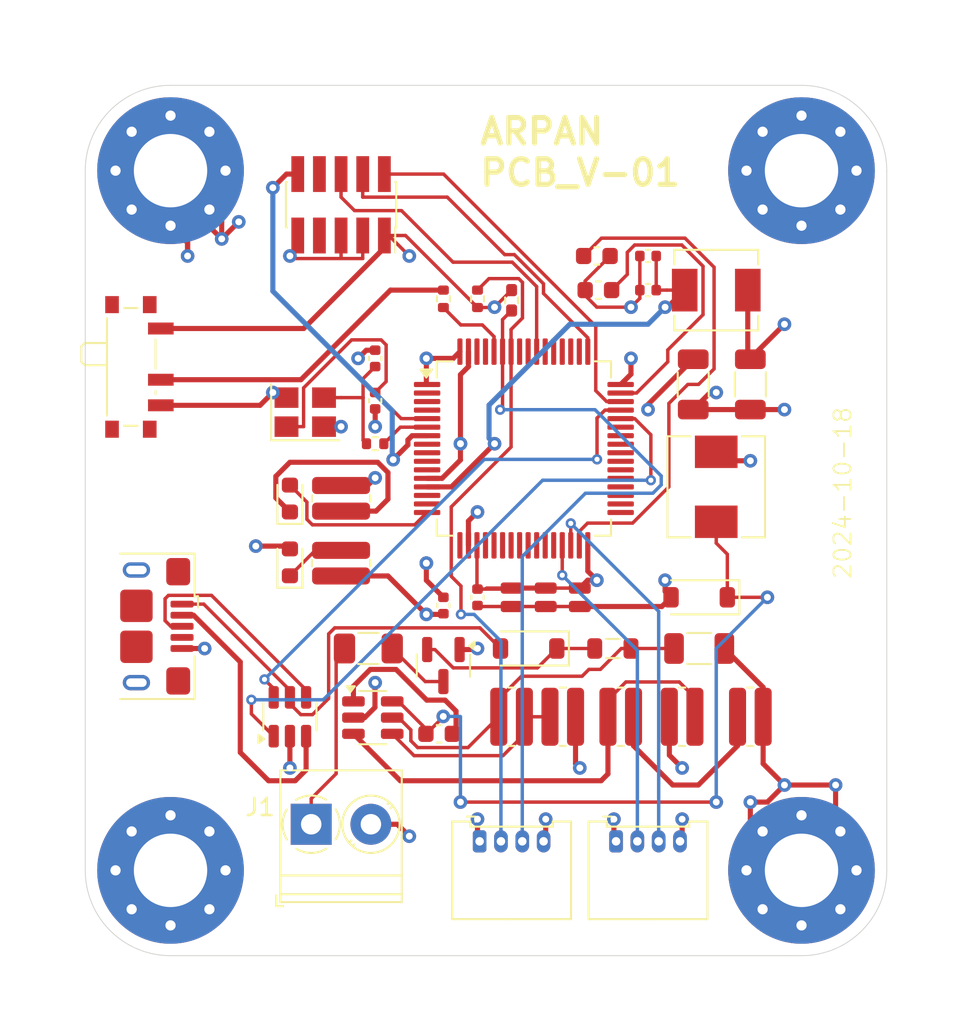
<source format=kicad_pcb>
(kicad_pcb (version 20240108) (generator "pcbnew") (generator_version "8.0")
  (layers (0 "F.Cu" signal) (1 "In1.Cu" power) (2 "In2.Cu" power) (31 "B.Cu" signal) (34 "B.Paste" user) (35 "F.Paste" user) (36 "B.SilkS" user "B.Silkscreen") (37 "F.SilkS" user "F.Silkscreen") (38 "B.Mask" user) (39 "F.Mask" user) (44 "Edge.Cuts" user))
  (net 0 "")
  (net 1 "Net-(U1-VCAP_2)")
  (net 2 "GND")
  (net 3 "Net-(U1-VCAP_1)")
  (net 4 "+3.3V")
  (net 5 "+3.3VA")
  (net 6 "HSE_IN")
  (net 7 "Net-(C11-Pad1)")
  (net 8 "BUCK_IN")
  (net 9 "BUCK_BST")
  (net 10 "BUCK_SW")
  (net 11 "Net-(D1-K)")
  (net 12 "LED_STATUS")
  (net 13 "Net-(D3-K)")
  (net 14 "+5V")
  (net 15 "Net-(D4-K)")
  (net 16 "Net-(Q1-D)")
  (net 17 "+12V")
  (net 19 "SWDIO")
  (net 20 "SWCLK")
  (net 21 "SWO")
  (net 22 "NRST")
  (net 24 "I2C1_SDA")
  (net 25 "I2C1_SCL")
  (net 26 "USART3_TX")
  (net 27 "USART1_RX")
  (net 30 "USB_CONN_D+")
  (net 31 "USB_CONN_D-")
  (net 37 "BOOTO")
  (net 38 "Net-(SW1-B)")
  (net 39 "HSE_OUT")
  (net 40 "BUCK_EN")
  (net 41 "BUCK_FB")
  (net 42 "Net-(R6-Pad2)")
  (net 46 "USB_D-")
  (net 50 "USB_D+")
  (footprint "Inductor_SMD:L_Sunlord_MWSA0402S" (layer "F.Cu") (at 144 104 180)
    (property "Reference" "L1")
    (property "Value" "39n")
  )
  (footprint "Capacitor_SMD:C_0504_1310Metric" (layer "F.Cu") (at 136 122 -90)
    (property "Reference" "C7")
    (property "Value" "100n")
  )
  (footprint "Capacitor_SMD:C_0504_1310Metric" (layer "F.Cu") (at 132 122 -90)
    (property "Reference" "C5")
    (property "Value" "100n")
  )
  (footprint "Resistor_SMD:R_0612_1632Metric" (layer "F.Cu") (at 132 129)
    (property "Reference" "R4")
    (property "Value" "100k")
  )
  (footprint "LED_SMD:LED_0603_1608Metric" (layer "F.Cu") (at 119 116.2125 90)
    (property "Reference" "D1")
    (property "Value" "blue")
  )
  (footprint "Capacitor_SMD:C_0402_1005Metric" (layer "F.Cu") (at 124 108 90)
    (property "Reference" "C11")
    (property "Value" "12p")
  )
  (footprint "Button_Switch_SMD:SW_SPDT_PCM12" (layer "F.Cu") (at 110 108.5 -90)
    (property "Reference" "SW1")
    (property "Value" "SW_SPDT")
  )
  (footprint "Resistor_SMD:R_0402_1005Metric" (layer "F.Cu") (at 130 104.51 90)
    (property "Reference" "R9")
    (property "Value" "2.2K")
  )
  (footprint "Capacitor_SMD:C_1206_3216Metric" (layer "F.Cu") (at 146 109.525 90)
    (property "Reference" "C15")
    (property "Value" "10u")
  )
  (footprint "Package_TO_SOT_SMD:SOT-23-6" (layer "F.Cu") (at 119 129 90)
    (property "Reference" "U3")
    (property "Value" "USBLC6-2SC6")
  )
  (footprint "Capacitor_SMD:C_0603_1608Metric" (layer "F.Cu") (at 127.75 130 180)
    (property "Reference" "C13")
    (property "Value" "10u")
  )
  (footprint "LED_SMD:LED_0603_1608Metric" (layer "F.Cu") (at 119 119.9525 90)
    (property "Reference" "D4")
    (property "Value" "RED")
  )
  (footprint "Package_TO_SOT_SMD:SOT-23" (layer "F.Cu") (at 128 126 -90)
    (property "Reference" "Q1")
    (property "Value" "AO3401A")
  )
  (footprint "Capacitor_SMD:C_0603_1608Metric" (layer "F.Cu") (at 137 102)
    (property "Reference" "C2")
    (property "Value" "2u2")
  )
  (footprint "Resistor_SMD:R_0612_1632Metric" (layer "F.Cu") (at 146 129)
    (property "Reference" "R8")
    (property "Value" "68k")
  )
  (footprint "Diode_SMD:D_SOD-123" (layer "F.Cu") (at 133 125 180)
    (property "Reference" "D3")
    (property "Value" "B5819W")
  )
  (footprint "Resistor_SMD:R_0612_1632Metric" (layer "F.Cu") (at 138.4 129)
    (property "Reference" "R6")
    (property "Value" "68k")
  )
  (footprint "Resistor_SMD:R_0612_1632Metric" (layer "F.Cu") (at 142 129)
    (property "Reference" "R7")
    (property "Value" "68k")
  )
  (footprint "Capacitor_SMD:C_1206_3216Metric" (layer "F.Cu") (at 143 125)
    (property "Reference" "C12")
    (property "Value" "10u")
  )
  (footprint "Inductor_SMD:L_Sunlord_MWSA0518S" (layer "F.Cu") (at 144 115.525 90)
    (property "Reference" "L2")
    (property "Value" "10u")
  )
  (footprint "MountingHole:MountingHole_4.3mm_M4_Pad_Via" (layer "F.Cu") (at 112 97)
    (property "Reference" "H1")
    (property "Value" "MountingHole_Pad")
  )
  (footprint "Diode_SMD:D_SOD-123" (layer "F.Cu") (at 143 122 180)
    (property "Reference" "D2")
    (property "Value" "B5819W")
  )
  (footprint "Connector_USB:USB_Micro-B_Amphenol_10118193-0001LF_Horizontal" (layer "F.Cu") (at 110 123.7 -90)
    (property "Reference" "J5")
    (property "Value" "USB_B_Micro")
  )
  (footprint "Package_TO_SOT_SMD:SOT-23-6" (layer "F.Cu") (at 123.8625 129.05)
    (property "Reference" "U2")
    (property "Value" "~")
  )
  (footprint "MountingHole:MountingHole_4.3mm_M4_Pad_Via" (layer "F.Cu") (at 149 97)
    (property "Reference" "H2")
    (property "Value" "MountingHole_Pad")
  )
  (footprint "Connector_Molex:Molex_PicoBlade_53048-0410_1x04_P1.25mm_Horizontal" (layer "F.Cu") (at 138.125 136.3)
    (property "Reference" "J4")
    (property "Value" "Conn_01x04")
  )
  (footprint "Capacitor_SMD:C_0504_1310Metric" (layer "F.Cu") (at 134 122 -90)
    (property "Reference" "C6")
    (property "Value" "100n")
  )
  (footprint "Capacitor_SMD:C_0402_1005Metric" (layer "F.Cu") (at 140 104 180)
    (property "Reference" "C8")
    (property "Value" "1u")
  )
  (footprint "Capacitor_SMD:C_0402_1005Metric" (layer "F.Cu") (at 128 122.48 -90)
    (property "Reference" "C3")
    (property "Value" "4.7 u")
  )
  (footprint "Resistor_SMD:R_0402_1005Metric" (layer "F.Cu") (at 128 104.51 90)
    (property "Reference" "R1")
    (property "Value" "10k")
  )
  (footprint "Resistor_SMD:R_0612_1632Metric" (layer "F.Cu") (at 122 120 -90)
    (property "Reference" "R11")
    (property "Value" "1K")
  )
  (footprint "Package_QFP:LQFP-64_10x10mm_P0.5mm" (layer "F.Cu") (at 132.7196 113.2804)
    (property "Reference" "U1")
    (property "Value" "STM32F405RGT6")
  )
  (footprint "MountingHole:MountingHole_4.3mm_M4_Pad_Via" (layer "F.Cu") (at 112 138)
    (property "Reference" "H4")
    (property "Value" "MountingHole_Pad")
  )
  (footprint "Connector_PinSocket_1.27mm:PinSocket_2x05_P1.27mm_Vertical_SMD" (layer "F.Cu") (at 122 99 -90)
    (property "Reference" "J2")
    (property "Value" "SWD")
  )
  (footprint "Connector_Molex:Molex_PicoBlade_53048-0410_1x04_P1.25mm_Horizontal" (layer "F.Cu") (at 130.125 136.3)
    (property "Reference" "J3")
    (property "Value" "Conn_01x04")
  )
  (footprint "Resistor_SMD:R_0612_1632Metric" (layer "F.Cu") (at 122 116.2 90)
    (property "Reference" "R3")
    (property "Value" "1.5k")
  )
  (footprint "Resistor_SMD:R_0612_1632Metric" (layer "F.Cu") (at 135 129)
    (property "Reference" "R5")
    (property "Value" "68k")
  )
  (footprint "Resistor_SMD:R_0402_1005Metric" (layer "F.Cu") (at 124 113 180)
    (property "Reference" "R2")
    (property "Value" "47")
  )
  (footprint "Inductor_SMD:L_0805_2012Metric" (layer "F.Cu") (at 137.9375 125)
    (property "Reference" "FB1")
    (property "Value" "600 @ 600MHz")
  )
  (footprint "Capacitor_SMD:C_0402_1005Metric" (layer "F.Cu") (at 124 110.48 -90)
    (property "Reference" "C10")
    (property "Value" "12p")
  )
  (footprint "Crystal:Crystal_SMD_3225-4Pin_3.2x2.5mm" (layer "F.Cu") (at 119.9 111.15)
    (property "Reference" "Y1")
    (property "Value" "16MHz")
  )
  (footprint "Resistor_SMD:R_0402_1005Metric_Pad0.72x0.64mm_HandSolder" (layer "F.Cu") (at 132 104.5975 -90)
    (property "Reference" "R10")
    (property "Value" "2.2K")
  )
  (footprint "MountingHole:MountingHole_4.3mm_M4_Pad_Via" (layer "F.Cu") (at 149 138)
    (property "Reference" "H3")
    (property "Value" "MountingHole_Pad")
  )
  (footprint "Capacitor_SMD:C_0603_1608Metric" (layer "F.Cu") (at 137.0896 104 180)
    (property "Reference" "C1")
    (property "Value" "2u2")
  )
  (footprint "Fuse:Fuse_1206_3216Metric" (layer "F.Cu") (at 123.6 125)
    (property "Reference" "F1")
    (property "Value" "250mA")
  )
  (footprint "Capacitor_SMD:C_0402_1005Metric" (layer "F.Cu") (at 130 122 -90)
    (property "Reference" "C4")
    (property "Value" "100n")
  )
  (footprint "TerminalBlock_Phoenix:TerminalBlock_Phoenix_PT-1,5-2-3.5-H_1x02_P3.50mm_Horizontal" (layer "F.Cu") (at 120.25 135.3)
    (property "Reference" "J1")
    (property "Value" "Screw_Terminal_01x02")
  )
  (footprint "Capacitor_SMD:C_1206_3216Metric" (layer "F.Cu") (at 142.65 109.525 90)
    (property "Reference" "C14")
    (property "Value" "10u")
  )
  (footprint "Capacitor_SMD:C_0402_1005Metric" (layer "F.Cu") (at 140 102 180)
    (property "Reference" "C9")
    (property "Value" "10n")
  )
  (gr_line (start 107 97) (end 107 138) (stroke (width 0.05)) (layer "Edge.Cuts"))
  (gr_arc (start 112 143) (mid 108.464466 141.535534) (end 107 138) (stroke (width 0.05)) (layer "Edge.Cuts"))
  (gr_arc (start 154 138) (mid 152.535534 141.535534) (end 149 143) (stroke (width 0.05)) (layer "Edge.Cuts"))
  (gr_arc (start 149 92) (mid 152.535534 93.464466) (end 154 97) (stroke (width 0.05)) (layer "Edge.Cuts"))
  (gr_line (start 148 143) (end 149 143) (stroke (width 0.05)) (layer "Edge.Cuts"))
  (gr_line (start 112 143) (end 148 143) (stroke (width 0.05)) (layer "Edge.Cuts"))
  (gr_line (start 149 92) (end 112 92) (stroke (width 0.05)) (layer "Edge.Cuts"))
  (gr_line (start 154 97) (end 154 138) (stroke (width 0.05)) (layer "Edge.Cuts"))
  (gr_arc (start 107 97) (mid 108.464466 93.464466) (end 112 92) (stroke (width 0.05)) (layer "Edge.Cuts"))
  (gr_text "ARPAN\nPCB_V-01\n" (at 130 98 0) (layer "F.SilkS") (effects (font (size 1.5 1.5) (thickness 0.3) (bold yes)) (justify left bottom)))
  (gr_text "2024-10-18" (at 152 121 90) (layer "F.SilkS") (effects (font (size 1 1) (thickness 0.1)) (justify left bottom)))
  (segment (start 139.3289 110.0304) (end 141.1576 108.2017) (width 0.2) (layer "F.Cu") (net 1))
  (segment (start 138.7836 103.081) (end 137.8646 104) (width 0.2) (layer "F.Cu") (net 1))
  (segment (start 143.2241 105.4406) (end 143.2241 102.5991) (width 0.2) (layer "F.Cu") (net 1))
  (segment (start 141.9815 101.3565) (end 139.2167 101.3565) (width 0.2) (layer "F.Cu") (net 1))
  (segment (start 138.7836 101.7896) (end 138.7836 103.081) (width 0.2) (layer "F.Cu") (net 1))
  (segment (start 139.2167 101.3565) (end 138.7836 101.7896) (width 0.2) (layer "F.Cu") (net 1))
  (segment (start 138.3946 110.0304) (end 139.3289 110.0304) (width 0.2) (layer "F.Cu") (net 1))
  (segment (start 143.2241 102.5991) (end 141.9815 101.3565) (width 0.2) (layer "F.Cu") (net 1))
  (segment (start 141.1576 107.5071) (end 143.2241 105.4406) (width 0.2) (layer "F.Cu") (net 1))
  (segment (start 141.1576 108.2017) (end 141.1576 107.5071) (width 0.2) (layer "F.Cu") (net 1))
  (segment (start 139.52 104.48) (end 139 105) (width 0.2) (layer "F.Cu") (net 2))
  (segment (start 123 108) (end 123.48 107.52) (width 0.3) (layer "F.Cu") (net 2))
  (segment (start 129.4696 108.48352) (end 129 108.95312) (width 0.3) (layer "F.Cu") (net 2))
  (segment (start 132 122.54) (end 130.06 122.54) (width 0.2) (layer "F.Cu") (net 2))
  (segment (start 130 117) (end 129.4696 117.5304) (width 0.3) (layer "F.Cu") (net 2))
  (segment (start 151 133) (end 151 136) (width 0.3) (layer "F.Cu") (net 2))
  (segment (start 125.3 135.3) (end 126 136) (width 0.3) (layer "F.Cu") (net 2))
  (segment (start 119.46 100.8) (end 119.46 101.54) (width 0.3) (layer "F.Cu") (net 2))
  (segment (start 132 122.54) (end 134 122.54) (width 0.2) (layer "F.Cu") (net 2))
  (segment (start 139.52 104) (end 139.52 104.48) (width 0.2) (layer "F.Cu") (net 2))
  (segment (start 127 123) (end 127.96 123) (width 0.3) (layer "F.Cu") (net 2))
  (segment (start 129.4696 117.5304) (end 129.4696 118.9554) (width 0.3) (layer "F.Cu") (net 2))
  (segment (start 123.48 107.52) (end 124 107.52) (width 0.3) (layer "F.Cu") (net 2))
  (segment (start 129 108.95312) (end 129 113) (width 0.3) (layer "F.Cu") (net 2))
  (segment (start 122.725 129.05) (end 123.387499 129.05) (width 0.3) (layer "F.Cu") (net 2))
  (segment (start 113 101.225) (end 112 100.225) (width 0.3) (layer "F.Cu") (net 2))
  (segment (start 123.27 102.1517) (end 122 102.1517) (width 0.2) (layer "F.Cu") (net 2))
  (segment (start 130.06 122.54) (end 130 122.48) (width 0.2) (layer "F.Cu") (net 2))
  (segment (start 118.3 110.3) (end 118 110) (width 0.3) (layer "F.Cu") (net 2))
  (segment (start 134 135) (end 134 136.175) (width 0.3) (layer "F.Cu") (net 2))
  (segment (start 141 121.65) (end 141.35 122) (width 0.3) (layer "F.Cu") (net 2))
  (segment (start 146.75 127.275) (end 144.475 125) (width 0.3) (layer "F.Cu") (net 2))
  (segment (start 141 121) (end 141 121.65) (width 0.3) (layer "F.Cu") (net 2))
  (segment (start 113 99) (end 115 101) (width 0.3) (layer "F.Cu") (net 2))
  (segment (start 127.0446 115.0304) (end 127.92272 115.0304) (width 0.3) (layer "F.Cu") (net 2))
  (segment (start 127.96 123) (end 128 122.96) (width 0.3) (layer "F.Cu") (net 2))
  (segment (start 151 133) (end 148 133) (width 0.3) (layer "F.Cu") (net 2))
  (segment (start 136.3146 103.4604) (end 137.775 102) (width 0.2) (layer "F.Cu") (net 2))
  (segment (start 113 98) (end 113 102) (width 0.3) (layer "F.Cu") (net 2))
  (segment (start 129.4696 107.6054) (end 129.4696 108.48352) (width 0.3) (layer "F.Cu") (net 2))
  (segment (start 123.387499 129.05) (end 123.9875 128.449999) (width 0.3) (layer "F.Cu") (net 2))
  (segment (start 112.675 125) (end 114 125) (width 0.3) (layer "F.Cu") (net 2))
  (segment (start 137 105) (end 139 105) (width 0.2) (layer "F.Cu") (net 2))
  (segment (start 147 134) (end 148 133) (width 0.3) (layer "F.Cu") (net 2))
  (segment (start 113 98) (end 113 99) (width 0.3) (layer "F.Cu") (net 2))
  (segment (start 122 102.1517) (end 119.1517 102.1517) (width 0.2) (layer "F.Cu") (net 2))
  (segment (start 119.1517 102.1517) (end 119 102) (width 0.2) (layer "F.Cu") (net 2))
  (segment (start 112 97) (end 113 97) (width 0.3) (layer "F.Cu") (net 2))
  (segment (start 117.25 110.75) (end 118 110) (width 0.3) (layer "F.Cu") (net 2))
  (segment (start 146.75 129) (end 146.75 127.275) (width 0.3) (layer "F.Cu") (net 2))
  (segment (start 146 134) (end 146 135) (width 0.3) (layer "F.Cu") (net 2))
  (segment (start 144 110) (end 143.65 110) (width 0.3) (layer "F.Cu") (net 2))
  (segment (start 136.3146 104.3146) (end 137 105) (width 0.2) (layer "F.Cu") (net 2))
  (segment (start 146 135) (end 149 138) (width 0.3) (layer "F.Cu") (net 2))
  (segment (start 111.43 110.75) (end 117.25 110.75) (width 0.3) (layer "F.Cu") (net 2))
  (segment (start 113 97) (end 113 102) (width 0.3) (layer "F.Cu") (net 2))
  (segment (start 129.9375 125.0625) (end 130 125) (width 0.3) (layer "F.Cu") (net 2))
  (segment (start 142 136.175) (end 141.875 136.3) (width 0.3) (layer "F.Cu") (net 2))
  (segment (start 148 133) (end 146.75 131.75) (width 0.3) (layer "F.Cu") (net 2))
  (segment (start 139.52 102) (end 139.52 104) (width 0.2) (layer "F.Cu") (net 2))
  (segment (start 127.92272 115.0304) (end 129 113.95312) (width 0.3) (layer "F.Cu") (net 2))
  (segment (start 136.3146 104) (end 136.3146 104.3146) (width 0.2) (layer "F.Cu") (net 2))
  (segment (start 119 130.1375) (end 119 132) (width 0.3) (layer "F.Cu") (net 2))
  (segment (start 129 113.95312) (end 129 113) (width 0.3) (layer "F.Cu") (net 2))
  (segment (start 141.35 122) (end 140.81 122.54) (width 0.3) (layer "F.Cu") (net 2))
  (segment (start 143.65 110) (end 142.65 111) (width 0.3) (layer "F.Cu") (net 2))
  (segment (start 119.46 101.54) (end 119 102) (width 0.3) (layer "F.Cu") (net 2))
  (segment (start 142 135) (end 142 136.175) (width 0.3) (layer "F.Cu") (net 2))
  (segment (start 140.81 122.54) (end 136 122.54) (width 0.3) (layer "F.Cu") (net 2))
  (segment (start 136.3146 104) (end 136.3146 103.4604) (width 0.2) (layer "F.Cu") (net 2))
  (segment (start 112 97) (end 115 100) (width 0.3) (layer "F.Cu") (net 2))
  (segment (start 128.95 125.0625) (end 129.9375 125.0625) (width 0.3) (layer "F.Cu") (net 2))
  (segment (start 135.75 131.75) (end 136 132) (width 0.3) (layer "F.Cu") (net 2))
  (segment (start 118.8 110.3) (end 118.3 110.3) (width 0.3) (layer "F.Cu") (net 2))
  (segment (start 122 100.8) (end 122 102.1517) (width 0.2) (layer "F.Cu") (net 2))
  (segment (start 146 111) (end 148 111) (width 0.3) (layer "F.Cu") (net 2))
  (segment (start 123.55 115.45) (end 124 115) (width 0.3) (layer "F.Cu") (net 2))
  (segment (start 122 115.45) (end 123.55 115.45) (width 0.3) (layer "F.Cu") (net 2))
  (segment (start 113 102) (end 113 101.225) (width 0.3) (layer "F.Cu") (net 2))
  (segment (start 116 100) (end 115 101) (width 0.3) (layer "F.Cu") (net 2))
  (segment (start 151 136) (end 149 138) (width 0.3) (layer "F.Cu") (net 2))
  (segment (start 134 136.175) (end 133.875 136.3) (width 0.3) (layer "F.Cu") (net 2))
  (segment (start 115 100) (end 115 101) (width 0.3) (layer "F.Cu") (net 2))
  (segment (start 142.65 111) (end 146 111) (width 0.3) (layer "F.Cu") (net 2))
  (segment (start 123.9875 128.449999) (end 123.9875 127.0125) (width 0.3) (layer "F.Cu") (net 2))
  (segment (start 135.75 129) (end 135.75 131.75) (width 0.3) (layer "F.Cu") (net 2))
  (segment (start 123.9875 127.0125) (end 124 127) (width 0.3) (layer "F.Cu") (net 2))
  (segment (start 134 122.54) (end 136 122.54) (width 0.2) (layer "F.Cu") (net 2))
  (segment (start 146 134) (end 147 134) (width 0.3) (layer "F.Cu") (net 2))
  (segment (start 124.75 120.75) (end 127 123) (width 0.3) (layer "F.Cu") (net 2))
  (segment (start 124 112) (end 124 110.96) (width 0.3) (layer "F.Cu") (net 2))
  (segment (start 121 112) (end 122 112) (width 0.3) (layer "F.Cu") (net 2))
  (segment (start 123.27 100.8) (end 123.27 102.1517) (width 0.2) (layer "F.Cu") (net 2))
  (segment (start 146.75 131.75) (end 146.75 129) (width 0.3) (layer "F.Cu") (net 2))
  (segment (start 122 120.75) (end 124.75 120.75) (width 0.3) (layer "F.Cu") (net 2))
  (segment (start 112 97) (end 113 98) (width 0.3) (layer "F.Cu") (net 2))
  (segment (start 123.75 135.3) (end 125.3 135.3) (width 0.3) (layer "F.Cu") (net 2))
  (via (at 126 136) (size 0.8) (drill 0.4) (layers "F.Cu" "B.Cu") (net 2))
  (via (at 112 97) (size 0.8) (drill 0.4) (layers "F.Cu" "B.Cu") (net 2))
  (via (at 151 133) (size 0.8) (drill 0.4) (layers "F.Cu" "B.Cu") (net 2))
  (via (at 148 111) (size 0.8) (drill 0.4) (layers "F.Cu" "B.Cu") (net 2))
  (via (at 134 135) (size 0.8) (drill 0.4) (layers "F.Cu" "B.Cu") (net 2))
  (via (at 118 110) (size 0.8) (drill 0.4) (layers "F.Cu" "B.Cu") (net 2))
  (via (at 124 112) (size 0.8) (drill 0.4) (layers "F.Cu" "B.Cu") (net 2))
  (via (at 141 121) (size 0.8) (drill 0.4) (layers "F.Cu" "B.Cu") (net 2))
  (via (at 123 108) (size 0.8) (drill 0.4) (layers "F.Cu" "B.Cu") (net 2))
  (via (at 119 102) (size 0.8) (drill 0.4) (layers "F.Cu" "B.Cu") (net 2))
  (via (at 146 134) (size 0.8) (drill 0.4) (layers "F.Cu" "B.Cu") (net 2))
  (via (at 148 133) (size 0.8) (drill 0.4) (layers "F.Cu" "B.Cu") (net 2))
  (via (at 129 113) (size 0.8) (drill 0.4) (layers "F.Cu" "B.Cu") (net 2))
  (via (at 124 115) (size 0.8) (drill 0.4) (layers "F.Cu" "B.Cu") (net 2))
  (via (at 119 132) (size 0.8) (drill 0.4) (layers "F.Cu" "B.Cu") (net 2))
  (via (at 144 110) (size 0.8) (drill 0.4) (layers "F.Cu" "B.Cu") (net 2))
  (via (at 122 112) (size 0.8) (drill 0.4) (layers "F.Cu" "B.Cu") (net 2))
  (via (at 130 125) (size 0.8) (drill 0.4) (layers "F.Cu" "B.Cu") (net 2))
  (via (at 116 100) (size 0.8) (drill 0.4) (layers "F.Cu" "B.Cu") (net 2))
  (via (at 142 135) (size 0.8) (drill 0.4) (layers "F.Cu" "B.Cu") (net 2))
  (via (at 136 132) (size 0.8) (drill 0.4) (layers "F.Cu" "B.Cu") (net 2))
  (via (at 124 127) (size 0.8) (drill 0.4) (layers "F.Cu" "B.Cu") (net 2))
  (via (at 113 102) (size 0.8) (drill 0.4) (layers "F.Cu" "B.Cu") (net 2))
  (via (at 130 117) (size 0.8) (drill 0.4) (layers "F.Cu" "B.Cu") (net 2))
  (via (at 127 123) (size 0.8) (drill 0.4) (layers "F.Cu" "B.Cu") (net 2))
  (via (at 114 125) (size 0.8) (drill 0.4) (layers "F.Cu" "B.Cu") (net 2))
  (via (at 115 101) (size 0.8) (drill 0.4) (layers "F.Cu" "B.Cu") (net 2))
  (via (at 129 113) (size 0.8) (drill 0.4) (layers "F.Cu" "B.Cu") (net 2))
  (via (at 139 105) (size 0.8) (drill 0.4) (layers "F.Cu" "B.Cu") (net 2))
  (segment (start 142.3349 109.525) (end 141.2228 110.6371) (width 0.2) (layer "F.Cu") (net 3))
  (segment (start 142.9637 109.525) (end 142.3349 109.525) (width 0.2) (layer "F.Cu") (net 3))
  (segment (start 143.8733 102.659) (end 143.8733 108.6154) (width 0.2) (layer "F.Cu") (net 3))
  (segment (start 135.9696 118.1407) (end 135.9696 118.9554) (width 0.2) (layer "F.Cu") (net 3))
  (segment (start 142.169 100.9547) (end 143.8733 102.659) (width 0.2) (layer "F.Cu") (net 3))
  (segment (start 141.2228 115.5262) (end 139.0971 117.6519) (width 0.2) (layer "F.Cu") (net 3))
  (segment (start 141.2228 110.6371) (end 141.2228 115.5262) (width 0.2) (layer "F.Cu") (net 3))
  (segment (start 136.225 102) (end 137.2703 100.9547) (width 0.2) (layer "F.Cu") (net 3))
  (segment (start 137.2703 100.9547) (end 142.169 100.9547) (width 0.2) (layer "F.Cu") (net 3))
  (segment (start 139.0971 117.6519) (end 136.4584 117.6519) (width 0.2) (layer "F.Cu") (net 3))
  (segment (start 136.4584 117.6519) (end 135.9696 118.1407) (width 0.2) (layer "F.Cu") (net 3))
  (segment (start 143.8733 108.6154) (end 142.9637 109.525) (width 0.2) (layer "F.Cu") (net 3))
  (segment (start 136.4696 120.4696) (end 137 121) (width 0.3) (layer "F.Cu") (net 4))
  (segment (start 128.575 108) (end 128.9696 107.6054) (width 0.3) (layer "F.Cu") (net 4))
  (segment (start 119.808096 106.25) (end 124.54 101.518096) (width 0.3) (layer "F.Cu") (net 4))
  (segment (start 124.8 100.8) (end 126 102) (width 0.2) (layer "F.Cu") (net 4))
  (segment (start 145.85 104) (end 145.85 107.9) (width 0.3) (layer "F.Cu") (net 4))
  (segment (start 146 108) (end 148 106) (width 0.3) (layer "F.Cu") (net 4))
  (segment (start 140 111) (end 140 110.7) (width 0.3) (layer "F.Cu") (net 4))
  (segment (start 118.835 119) (end 119 119.165) (width 0.3) (layer "F.Cu") (net 4))
  (segment (start 136.46 121) (end 136 121.46) (width 0.3) (layer "F.Cu") (net 4))
  (segment (start 146 114) (end 144.525 114) (width 0.3) (layer "F.Cu") (net 4))
  (segment (start 138 136.175) (end 138.125 136.3) (width 0.3) (layer "F.Cu") (net 4))
  (segment (start 141.25 131.25) (end 141.25 129) (width 0.3) (layer "F.Cu") (net 4))
  (segment (start 142 132) (end 141.25 131.25) (width 0.3) (layer "F.Cu") (net 4))
  (segment (start 134 121.46) (end 136 121.46) (width 0.2) (layer "F.Cu") (net 4))
  (segment (start 134 121.46) (end 131.66679 121.46) (width 0.2) (layer "F.Cu") (net 4))
  (segment (start 127 109.4858) (end 127.0446 109.5304) (width 0.3) (layer "F.Cu") (net 4))
  (segment (start 127 108) (end 128.575 108) (width 0.3) (layer "F.Cu") (net 4))
  (segment (start 130 135) (end 130 136.175) (width 0.3) (layer "F.Cu") (net 4))
  (segment (start 129.9696 121.4896) (end 130 121.52) (width 0.2) (layer "F.Cu") (net 4))
  (segment (start 131.60679 121.52) (end 130 121.52) (width 0.2) (layer "F.Cu") (net 4))
  (segment (start 131.66679 121.46) (end 131.60679 121.52) (width 0.2) (layer "F.Cu") (net 4))
  (segment (start 129.9696 118.9554) (end 129.9696 121.4896) (width 0.2) (layer "F.Cu") (net 4))
  (segment (start 139 108.925) (end 138.3946 109.5304) (width 0.3) (layer "F.Cu") (net 4))
  (segment (start 125.78 100.8) (end 124.54 100.8) (width 0.2) (layer "F.Cu") (net 4))
  (segment (start 127 120) (end 127 121) (width 0.3) (layer "F.Cu") (net 4))
  (segment (start 130 105.02) (end 130.98 105.02) (width 0.2) (layer "F.Cu") (net 4))
  (segment (start 117 119) (end 118.835 119) (width 0.3) (layer "F.Cu") (net 4))
  (segment (start 146 108.05) (end 146 108) (width 0.3) (layer "F.Cu") (net 4))
  (segment (start 127 108) (end 127 109.4858) (width 0.3) (layer "F.Cu") (net 4))
  (segment (start 127 121) (end 128 122) (width 0.3) (layer "F.Cu") (net 4))
  (segment (start 130.54 121.46) (end 132 121.46) (width 0.2) (layer "F.Cu") (net 4))
  (segment (start 130 105.02) (end 125.78 100.8) (width 0.2) (layer "F.Cu") (net 4))
  (segment (start 130 121.52) (end 130.48 121.52) (width 0.2) (layer "F.Cu") (net 4))
  (segment (start 144.525 114) (end 144 113.475) (width 0.3) (layer "F.Cu") (net 4))
  (segment (start 111.43 106.25) (end 119.808096 106.25) (width 0.3) (layer "F.Cu") (net 4))
  (segment (start 130.98 105.02) (end 131 105) (width 0.2) (layer "F.Cu") (net 4))
  (segment (start 137 121) (end 136.46 121) (width 0.3) (layer "F.Cu") (net 4))
  (segment (start 139 108) (end 139 108.925) (width 0.3) (layer "F.Cu") (net 4))
  (segment (start 132 121.46) (end 134 121.46) (width 0.3) (layer "F.Cu") (net 4))
  (segment (start 131 105) (end 132 104) (width 0.2) (layer "F.Cu") (net 4))
  (segment (start 140 110.7) (end 142.65 108.05) (width 0.3) (layer "F.Cu") (net 4))
  (segment (start 130 136.175) (end 130.125 136.3) (width 0.3) (layer "F.Cu") (net 4))
  (segment (start 145.85 107.9) (end 146 108.05) (width 0.3) (layer "F.Cu") (net 4))
  (segment (start 136.4696 118.9554) (end 136.4696 120.4696) (width 0.3) (layer "F.Cu") (net 4))
  (segment (start 138 135) (end 138 136.175) (width 0.3) (layer "F.Cu") (net 4))
  (segment (start 124.54 100.8) (end 124.8 100.8) (width 0.2) (layer "F.Cu") (net 4))
  (segment (start 130.48 121.52) (end 130.54 121.46) (width 0.2) (layer "F.Cu") (net 4))
  (segment (start 124.54 101.518096) (end 124.54 100.8) (width 0.3) (layer "F.Cu") (net 4))
  (via (at 138 135) (size 0.8) (drill 0.4) (layers "F.Cu" "B.Cu") (net 4))
  (via (at 117 119) (size 0.8) (drill 0.4) (layers "F.Cu" "B.Cu") (net 4))
  (via (at 127 120) (size 0.8) (drill 0.4) (layers "F.Cu" "B.Cu") (net 4))
  (via (at 127 108) (size 0.8) (drill 0.4) (layers "F.Cu" "B.Cu") (net 4))
  (via (at 140 111) (size 0.8) (drill 0.4) (layers "F.Cu" "B.Cu") (net 4))
  (via (at 146 114) (size 0.8) (drill 0.4) (layers "F.Cu" "B.Cu") (net 4))
  (via (at 130 135) (size 0.8) (drill 0.4) (layers "F.Cu" "B.Cu") (net 4))
  (via (at 137 121) (size 0.8) (drill 0.4) (layers "F.Cu" "B.Cu") (net 4))
  (via (at 148 106) (size 0.8) (drill 0.4) (layers "F.Cu" "B.Cu") (net 4))
  (via (at 139 108) (size 0.8) (drill 0.4) (layers "F.Cu" "B.Cu") (net 4))
  (via (at 142 132) (size 0.8) (drill 0.4) (layers "F.Cu" "B.Cu") (net 4))
  (via (at 126 102) (size 0.8) (drill 0.4) (layers "F.Cu" "B.Cu") (net 4))
  (via (at 131 105) (size 0.8) (drill 0.4) (layers "F.Cu" "B.Cu") (net 4))
  (via (at 127 120) (size 0.8) (drill 0.4) (layers "F.Cu" "B.Cu") (net 4))
  (segment (start 140.48 104) (end 140.48 102) (width 0.2) (layer "F.Cu") (net 5))
  (segment (start 141.15 105) (end 142.15 104) (width 0.3) (layer "F.Cu") (net 5))
  (segment (start 141 105) (end 141.15 105) (width 0.3) (layer "F.Cu") (net 5))
  (segment (start 140.48 104) (end 141.0983 104) (width 0.2) (layer "F.Cu") (net 5))
  (segment (start 127.0446 115.5304) (end 128.4696 115.5304) (width 0.3) (layer "F.Cu") (net 5))
  (segment (start 128.4696 115.5304) (end 131 113) (width 0.3) (layer "F.Cu") (net 5))
  (segment (start 142.15 104) (end 141.0983 104) (width 0.2) (layer "F.Cu") (net 5))
  (via (at 131 113) (size 0.8) (drill 0.4) (layers "F.Cu" "B.Cu") (net 5))
  (via (at 141 105) (size 0.8) (drill 0.4) (layers "F.Cu" "B.Cu") (net 5))
  (segment (start 135.414961 106) (end 140 106) (width 0.3) (layer "B.Cu") (net 5))
  (segment (start 130.6772 112.6772) (end 130.6772 110.737761) (width 0.3) (layer "B.Cu") (net 5))
  (segment (start 140 106) (end 141 105) (width 0.3) (layer "B.Cu") (net 5))
  (segment (start 130.6772 110.737761) (end 135.414961 106) (width 0.3) (layer "B.Cu") (net 5))
  (segment (start 131 113) (end 130.6772 112.6772) (width 0.3) (layer "B.Cu") (net 5))
  (segment (start 118.8 112) (end 119.8017 112) (width 0.2) (layer "F.Cu") (net 6))
  (segment (start 124.6428 109.3572) (end 124 110) (width 0.2) (layer "F.Cu") (net 6))
  (segment (start 124.6428 107.2122) (end 124.6428 109.3572) (width 0.2) (layer "F.Cu") (net 6))
  (segment (start 119.8017 109.7311) (end 122.617 106.9158) (width 0.2) (layer "F.Cu") (net 6))
  (segment (start 125.5304 111.5304) (end 127.0446 111.5304) (width 0.2) (layer "F.Cu") (net 6))
  (segment (start 124 110) (end 125.5304 111.5304) (width 0.2) (layer "F.Cu") (net 6))
  (segment (start 124.3464 106.9158) (end 124.6428 107.2122) (width 0.2) (layer "F.Cu") (net 6))
  (segment (start 122.617 106.9158) (end 124.3464 106.9158) (width 0.2) (layer "F.Cu") (net 6))
  (segment (start 119.8017 112) (end 119.8017 109.7311) (width 0.2) (layer "F.Cu") (net 6))
  (segment (start 123.2912 109.1888) (end 123.2912 110.3) (width 0.2) (layer "F.Cu") (net 7))
  (segment (start 124 108.48) (end 123.2912 109.1888) (width 0.2) (layer "F.Cu") (net 7))
  (segment (start 121 110.3) (end 122.0017 110.3) (width 0.2) (layer "F.Cu") (net 7))
  (segment (start 123.2912 110.3) (end 122.0017 110.3) (width 0.2) (layer "F.Cu") (net 7))
  (segment (start 123.2912 112.8012) (end 123.49 113) (width 0.2) (layer "F.Cu") (net 7))
  (segment (start 123.2912 110.3) (end 123.2912 112.8012) (width 0.2) (layer "F.Cu") (net 7))
  (segment (start 141.525 125) (end 139 125) (width 0.2) (layer "F.Cu") (net 8))
  (segment (start 125.3722 129.05) (end 126.0936 129.7714) (width 0.2) (layer "F.Cu") (net 8))
  (segment (start 136.1321 126.6253) (end 132.5773 126.6253) (width 0.2) (layer "F.Cu") (net 8))
  (segment (start 126.4906 130.8057) (end 129.4443 130.8057) (width 0.2) (layer "F.Cu") (net 8))
  (segment (start 132.5773 126.6253) (end 131.25 127.9526) (width 0.2) (layer "F.Cu") (net 8))
  (segment (start 138.432 125) (end 137.2084 126.2236) (width 0.2) (layer "F.Cu") (net 8))
  (segment (start 139 125) (end 138.432 125) (width 0.2) (layer "F.Cu") (net 8))
  (segment (start 126.0936 129.7714) (end 126.0936 130.4087) (width 0.2) (layer "F.Cu") (net 8))
  (segment (start 129.4443 130.8057) (end 131.25 129) (width 0.2) (layer "F.Cu") (net 8))
  (segment (start 125 129.05) (end 125.3722 129.05) (width 0.2) (layer "F.Cu") (net 8))
  (segment (start 137.2084 126.2236) (end 136.5338 126.2236) (width 0.2) (layer "F.Cu") (net 8))
  (segment (start 131.25 127.9526) (end 131.25 129) (width 0.2) (layer "F.Cu") (net 8))
  (segment (start 126.0936 130.4087) (end 126.4906 130.8057) (width 0.2) (layer "F.Cu") (net 8))
  (segment (start 136.5338 126.2236) (end 136.1321 126.6253) (width 0.2) (layer "F.Cu") (net 8))
  (segment (start 123.714339 126.225) (end 125.225 126.225) (width 0.3) (layer "F.Cu") (net 9))
  (segment (start 128.742071 128.669236) (end 128.742071 129.782929) (width 0.3) (layer "F.Cu") (net 9))
  (segment (start 127.025 128.025) (end 128.097835 128.025) (width 0.3) (layer "F.Cu") (net 9))
  (segment (start 122.725 128.1) (end 122.725 127.214339) (width 0.3) (layer "F.Cu") (net 9))
  (segment (start 128.742071 129.782929) (end 128.525 130) (width 0.3) (layer "F.Cu") (net 9))
  (segment (start 122.725 127.214339) (end 123.714339 126.225) (width 0.3) (layer "F.Cu") (net 9))
  (segment (start 125.225 126.225) (end 127.025 128.025) (width 0.3) (layer "F.Cu") (net 9))
  (segment (start 128.097835 128.025) (end 128.742071 128.669236) (width 0.3) (layer "F.Cu") (net 9))
  (segment (start 144.65 119.4767) (end 144.65 122) (width 0.2) (layer "F.Cu") (net 10))
  (segment (start 144 118.8267) (end 144.65 119.4767) (width 0.2) (layer "F.Cu") (net 10))
  (segment (start 127 130) (end 128 129) (width 0.2) (layer "F.Cu") (net 10))
  (segment (start 129 134) (end 144 134) (width 0.2) (layer "F.Cu") (net 10))
  (segment (start 125.3658 128.1) (end 125 128.1) (width 0.2) (layer "F.Cu") (net 10))
  (segment (start 126.975 130) (end 127 130) (width 0.2) (layer "F.Cu") (net 10))
  (segment (start 128 129) (end 128 128.987826) (width 0.2) (layer "F.Cu") (net 10))
  (segment (start 126.975 130) (end 126.975 129.7092) (width 0.2) (layer "F.Cu") (net 10))
  (segment (start 144 117.575) (end 144 118.8267) (width 0.2) (layer "F.Cu") (net 10))
  (segment (start 126.975 129.7092) (end 125.3658 128.1) (width 0.2) (layer "F.Cu") (net 10))
  (segment (start 128 128.987826) (end 127.992071 128.979897) (width 0.2) (layer "F.Cu") (net 10))
  (segment (start 144.65 122) (end 147 122) (width 0.2) (layer "F.Cu") (net 10))
  (via (at 147 122) (size 0.8) (drill 0.4) (layers "F.Cu" "B.Cu") (net 10))
  (via (at 127.992071 128.979897) (size 0.8) (drill 0.4) (layers "F.Cu" "B.Cu") (net 10))
  (via (at 144 134) (size 0.8) (drill 0.4) (layers "F.Cu" "B.Cu") (net 10))
  (via (at 129 134) (size 0.8) (drill 0.4) (layers "F.Cu" "B.Cu") (net 10))
  (segment (start 127.992071 128.979897) (end 128.979897 128.979897) (width 0.2) (layer "B.Cu") (net 10))
  (segment (start 144 134) (end 144 125) (width 0.2) (layer "B.Cu") (net 10))
  (segment (start 128.979897 128.979897) (end 129 129) (width 0.2) (layer "B.Cu") (net 10))
  (segment (start 129 129) (end 129 134) (width 0.2) (layer "B.Cu") (net 10))
  (segment (start 144 125) (end 147 122) (width 0.2) (layer "B.Cu") (net 10))
  (segment (start 119 117) (end 118.175 116.175) (width 0.3) (layer "F.Cu") (net 11))
  (segment (start 124.75 114.689339) (end 124.75 116.25) (width 0.3) (layer "F.Cu") (net 11))
  (segment (start 124.05 116.95) (end 122 116.95) (width 0.3) (layer "F.Cu") (net 11))
  (segment (start 124.75 116.25) (end 124.05 116.95) (width 0.3) (layer "F.Cu") (net 11))
  (segment (start 119 114.087) (end 124.147661 114.087) (width 0.3) (layer "F.Cu") (net 11))
  (segment (start 124.147661 114.087) (end 124.75 114.689339) (width 0.3) (layer "F.Cu") (net 11))
  (segment (start 118.175 114.912) (end 119 114.087) (width 0.3) (layer "F.Cu") (net 11))
  (segment (start 118.175 116.175) (end 118.175 114.912) (width 0.3) (layer "F.Cu") (net 11))
  (segment (start 119.9973 116.4223) (end 119 115.425) (width 0.2) (layer "F.Cu") (net 12))
  (segment (start 126.3223 117.7527) (end 120.3211 117.7527) (width 0.2) (layer "F.Cu") (net 12))
  (segment (start 127.0446 117.0304) (end 126.3223 117.7527) (width 0.2) (layer "F.Cu") (net 12))
  (segment (start 119.9973 117.4289) (end 119.9973 116.4223) (width 0.2) (layer "F.Cu") (net 12))
  (segment (start 120.3211 117.7527) (end 119.9973 117.4289) (width 0.2) (layer "F.Cu") (net 12))
  (segment (start 128.5746 126.1349) (end 127.5022 125.0625) (width 0.2) (layer "F.Cu") (net 13))
  (segment (start 127.5022 125.0625) (end 127.05 125.0625) (width 0.2) (layer "F.Cu") (net 13))
  (segment (start 133.5151 126.1349) (end 128.5746 126.1349) (width 0.2) (layer "F.Cu") (net 13))
  (segment (start 134.65 125) (end 136.875 125) (width 0.2) (layer "F.Cu") (net 13))
  (segment (start 134.65 125) (end 133.5151 126.1349) (width 0.2) (layer "F.Cu") (net 13))
  (segment (start 131.35 125) (end 130.1411 123.7911) (width 0.2) (layer "F.Cu") (net 14))
  (segment (start 121.2723 124.1461) (end 121.2723 127.9261) (width 0.2) (layer "F.Cu") (net 14))
  (segment (start 119 128.2384) (end 119 127.8625) (width 0.2) (layer "F.Cu") (net 14))
  (segment (start 119 127.8625) (end 119 127.4499) (width 0.2) (layer "F.Cu") (net 14))
  (segment (start 130.1411 123.7911) (end 121.6273 123.7911) (width 0.2) (layer "F.Cu") (net 14))
  (segment (start 121.6273 123.7911) (end 121.2723 124.1461) (width 0.2) (layer "F.Cu") (net 14))
  (segment (start 113.9501 122.4) (end 112.675 122.4) (width 0.2) (layer "F.Cu") (net 14))
  (segment (start 120.3221 128.8763) (end 119.6379 128.8763) (width 0.2) (layer "F.Cu") (net 14))
  (segment (start 119.6379 128.8763) (end 119 128.2384) (width 0.2) (layer "F.Cu") (net 14))
  (segment (start 121.2723 127.9261) (end 120.3221 128.8763) (width 0.2) (layer "F.Cu") (net 14))
  (segment (start 119 127.4499) (end 113.9501 122.4) (width 0.2) (layer "F.Cu") (net 14))
  (segment (start 119 120.74) (end 120.49 119.25) (width 0.2) (layer "F.Cu") (net 15))
  (segment (start 120.49 119.25) (end 122 119.25) (width 0.2) (layer "F.Cu") (net 15))
  (segment (start 125 125) (end 126.9375 126.9375) (width 0.2) (layer "F.Cu") (net 16))
  (segment (start 126.9375 126.9375) (end 128 126.9375) (width 0.2) (layer "F.Cu") (net 16))
  (segment (start 120.25 135.3) (end 120.25 133.7983) (width 0.2) (layer "F.Cu") (net 17))
  (segment (start 121.7109 132.3374) (end 121.7109 125.4891) (width 0.2) (layer "F.Cu") (net 17))
  (segment (start 121.7109 125.4891) (end 122.2 125) (width 0.2) (layer "F.Cu") (net 17))
  (segment (start 120.25 133.7983) (end 121.7109 132.3374) (width 0.2) (layer "F.Cu") (net 17))
  (segment (start 137.5736 110.5304) (end 136.9351 109.8919) (width 0.2) (layer "F.Cu") (net 19))
  (segment (start 136.9351 106.1246) (end 128.0105 97.2) (width 0.2) (layer "F.Cu") (net 19))
  (segment (start 138.3946 110.5304) (end 137.5736 110.5304) (width 0.2) (layer "F.Cu") (net 19))
  (segment (start 136.9351 109.8919) (end 136.9351 106.1246) (width 0.2) (layer "F.Cu") (net 19))
  (segment (start 128.0105 97.2) (end 124.54 97.2) (width 0.2) (layer "F.Cu") (net 19))
  (segment (start 131.5947 101.9202) (end 128.2262 98.5517) (width 0.2) (layer "F.Cu") (net 20))
  (segment (start 136.4696 107.6054) (end 136.4696 106.7951) (width 0.2) (layer "F.Cu") (net 20))
  (segment (start 123.27 97.2) (end 123.27 98.5517) (width 0.2) (layer "F.Cu") (net 20))
  (segment (start 128.2262 98.5517) (end 123.27 98.5517) (width 0.2) (layer "F.Cu") (net 20))
  (segment (start 133.8713 103.6288) (end 132.1627 101.9202) (width 0.2) (layer "F.Cu") (net 20))
  (segment (start 136.4696 106.7951) (end 133.8713 104.1968) (width 0.2) (layer "F.Cu") (net 20))
  (segment (start 132.1627 101.9202) (end 131.5947 101.9202) (width 0.2) (layer "F.Cu") (net 20))
  (segment (start 133.8713 104.1968) (end 133.8713 103.6288) (width 0.2) (layer "F.Cu") (net 20))
  (segment (start 133.4696 103.7951) (end 133.4696 107.6054) (width 0.2) (layer "F.Cu") (net 21))
  (segment (start 122 97.2) (end 122 98.5517) (width 0.2) (layer "F.Cu") (net 21))
  (segment (start 125.5448 99.3424) (end 128.5656 102.3632) (width 0.2) (layer "F.Cu") (net 21))
  (segment (start 132.0377 102.3632) (end 133.4696 103.7951) (width 0.2) (layer "F.Cu") (net 21))
  (segment (start 128.5656 102.3632) (end 132.0377 102.3632) (width 0.2) (layer "F.Cu") (net 21))
  (segment (start 122.7907 99.3424) (end 125.5448 99.3424) (width 0.2) (layer "F.Cu") (net 21))
  (segment (start 122 98.5517) (end 122.7907 99.3424) (width 0.2) (layer "F.Cu") (net 21))
  (segment (start 119.46 97.2) (end 118.8 97.2) (width 0.3) (layer "F.Cu") (net 22))
  (segment (start 125.9196 112.77728) (end 126.16648 112.5304) (width 0.3) (layer "F.Cu") (net 22))
  (segment (start 126.16648 112.5304) (end 127.0446 112.5304) (width 0.3) (layer "F.Cu") (net 22))
  (segment (start 125.05565 113.934327) (end 125.9196 113.070377) (width 0.3) (layer "F.Cu") (net 22))
  (segment (start 118.8 97.2) (end 118 98) (width 0.3) (layer "F.Cu") (net 22))
  (segment (start 125.9196 113.070377) (end 125.9196 112.77728) (width 0.3) (layer "F.Cu") (net 22))
  (via (at 118 98) (size 0.8) (drill 0.4) (layers "F.Cu" "B.Cu") (net 22))
  (via (at 125.05565 113.934327) (size 0.8) (drill 0.4) (layers "F.Cu" "B.Cu") (net 22))
  (segment (start 125 111.060661) (end 125 114) (width 0.3) (layer "B.Cu") (net 22))
  (segment (start 118 104.060661) (end 125 111.060661) (width 0.3) (layer "B.Cu") (net 22))
  (segment (start 125 113.989977) (end 125.05565 113.934327) (width 0.3) (layer "B.Cu") (net 22))
  (segment (start 125 114) (end 125 113.989977) (width 0.3) (layer "B.Cu") (net 22))
  (segment (start 118 98) (end 118 104.060661) (width 0.3) (layer "B.Cu") (net 22))
  (segment (start 132 105.195) (end 131.4696 105.7254) (width 0.2) (layer "F.Cu") (net 24))
  (segment (start 131.4696 105.7254) (end 131.4696 107.6054) (width 0.2) (layer "F.Cu") (net 24))
  (segment (start 131.4696 110.8646) (end 131.3272 111.007) (width 0.2) (layer "F.Cu") (net 24))
  (segment (start 131.4696 107.6054) (end 131.4696 110.8646) (width 0.2) (layer "F.Cu") (net 24))
  (via (at 131.3272 111.007) (size 0.6) (drill 0.3) (layers "F.Cu" "B.Cu") (net 24))
  (segment (start 140.2833 115.902) (end 140.773 115.4123) (width 0.2) (layer "B.Cu") (net 24))
  (segment (start 140.773 114.8891) (end 136.8909 111.007) (width 0.2) (layer "B.Cu") (net 24))
  (segment (start 136.3312 115.902) (end 140.2833 115.902) (width 0.2) (layer "B.Cu") (net 24))
  (segment (start 132.625 136.3) (end 132.625 119.6082) (width 0.2) (layer "B.Cu") (net 24))
  (segment (start 136.8909 111.007) (end 131.3272 111.007) (width 0.2) (layer "B.Cu") (net 24))
  (segment (start 140.773 115.4123) (end 140.773 114.8891) (width 0.2) (layer "B.Cu") (net 24))
  (segment (start 132.625 119.6082) (end 136.3312 115.902) (width 0.2) (layer "B.Cu") (net 24))
  (segment (start 130.6741 103.3259) (end 132.4154 103.3259) (width 0.2) (layer "F.Cu") (net 25))
  (segment (start 131.9696 106.3043) (end 131.9696 107.6054) (width 0.2) (layer "F.Cu") (net 25))
  (segment (start 131.9696 113.1923) (end 131.9696 107.6054) (width 0.2) (layer "F.Cu") (net 25))
  (segment (start 132.6375 105.6364) (end 131.9696 106.3043) (width 0.2) (layer "F.Cu") (net 25))
  (segment (start 130 104) (end 130.6741 103.3259) (width 0.2) (layer "F.Cu") (net 25))
  (segment (start 128.4616 120.7707) (end 128.4616 116.7003) (width 0.2) (layer "F.Cu") (net 25))
  (segment (start 129.0308 121.3399) (end 128.4616 120.7707) (width 0.2) (layer "F.Cu") (net 25))
  (segment (start 132.4154 103.3259) (end 132.6375 103.548) (width 0.2) (layer "F.Cu") (net 25))
  (segment (start 129.0308 123) (end 129.0308 121.3399) (width 0.2) (layer "F.Cu") (net 25))
  (segment (start 128.4616 116.7003) (end 131.9696 113.1923) (width 0.2) (layer "F.Cu") (net 25))
  (segment (start 132.6375 103.548) (end 132.6375 105.6364) (width 0.2) (layer "F.Cu") (net 25))
  (via (at 129.0308 123) (size 0.6) (drill 0.3) (layers "F.Cu" "B.Cu") (net 25))
  (segment (start 129.0308 123) (end 129.8005 123) (width 0.2) (layer "B.Cu") (net 25))
  (segment (start 131.375 124.5745) (end 131.375 136.3) (width 0.2) (layer "B.Cu") (net 25))
  (segment (start 129.8005 123) (end 131.375 124.5745) (width 0.2) (layer "B.Cu") (net 25))
  (segment (start 134.9696 120.7063) (end 134.9696 118.9554) (width 0.2) (layer "F.Cu") (net 26))
  (via (at 134.9696 120.7063) (size 0.6) (drill 0.3) (layers "F.Cu" "B.Cu") (net 26))
  (segment (start 139.375 136.3) (end 139.375 125.1117) (width 0.2) (layer "B.Cu") (net 26))
  (segment (start 139.375 125.1117) (end 134.9696 120.7063) (width 0.2) (layer "B.Cu") (net 26))
  (segment (start 135.4696 118.9554) (end 135.4696 117.6696) (width 0.2) (layer "F.Cu") (net 27))
  (via (at 135.4696 117.6696) (size 0.6) (drill 0.3) (layers "F.Cu" "B.Cu") (net 27))
  (segment (start 140.625 136.3) (end 140.625 122.825) (width 0.2) (layer "B.Cu") (net 27))
  (segment (start 140.625 122.825) (end 135.4696 117.6696) (width 0.2) (layer "B.Cu") (net 27))
  (segment (start 111.6815 123.3691) (end 111.6815 122.0842) (width 0.2) (layer "F.Cu") (net 30))
  (segment (start 112.0124 123.7) (end 111.6815 123.3691) (width 0.2) (layer "F.Cu") (net 30))
  (segment (start 112.675 123.7) (end 112.0124 123.7) (width 0.2) (layer "F.Cu") (net 30))
  (segment (start 119.95 127.4347) (end 119.95 127.8625) (width 0.2) (layer "F.Cu") (net 30))
  (segment (start 111.8808 121.8849) (end 114.4002 121.8849) (width 0.2) (layer "F.Cu") (net 30))
  (segment (start 114.4002 121.8849) (end 119.95 127.4347) (width 0.2) (layer "F.Cu") (net 30))
  (segment (start 111.6815 122.0842) (end 111.8808 121.8849) (width 0.2) (layer "F.Cu") (net 30))
  (segment (start 113.349999 123.05) (end 116.0894 125.789401) (width 0.3) (layer "F.Cu") (net 31))
  (segment (start 119.95 132.110661) (end 119.95 130.1375) (width 0.3) (layer "F.Cu") (net 31))
  (segment (start 116.0894 125.789401) (end 116.0894 131.0894) (width 0.3) (layer "F.Cu") (net 31))
  (segment (start 116.0894 131.0894) (end 117.75 132.75) (width 0.3) (layer "F.Cu") (net 31))
  (segment (start 119.310661 132.75) (end 119.95 132.110661) (width 0.3) (layer "F.Cu") (net 31))
  (segment (start 117.75 132.75) (end 119.310661 132.75) (width 0.3) (layer "F.Cu") (net 31))
  (segment (start 112.675 123.05) (end 113.349999 123.05) (width 0.3) (layer "F.Cu") (net 31))
  (segment (start 128 105.02) (end 129.0208 106.0408) (width 0.2) (layer "F.Cu") (net 37))
  (segment (start 130.9696 106.7253) (end 130.9696 107.6054) (width 0.2) (layer "F.Cu") (net 37))
  (segment (start 129.0208 106.0408) (end 130.2851 106.0408) (width 0.2) (layer "F.Cu") (net 37))
  (segment (start 130.2851 106.0408) (end 130.9696 106.7253) (width 0.2) (layer "F.Cu") (net 37))
  (segment (start 111.43 109.25) (end 119.646404 109.25) (width 0.3) (layer "F.Cu") (net 38))
  (segment (start 124.896404 104) (end 128 104) (width 0.3) (layer "F.Cu") (net 38))
  (segment (start 119.646404 109.25) (end 124.896404 104) (width 0.3) (layer "F.Cu") (net 38))
  (segment (start 125.4796 112.0304) (end 127.0446 112.0304) (width 0.2) (layer "F.Cu") (net 39))
  (segment (start 124.51 113) (end 125.4796 112.0304) (width 0.2) (layer "F.Cu") (net 39))
  (segment (start 132.75 130.0259) (end 131.4977 131.2782) (width 0.2) (layer "F.Cu") (net 40))
  (segment (start 132.75 129) (end 134.25 129) (width 0.2) (layer "F.Cu") (net 40))
  (segment (start 132.75 129) (end 132.75 130.0259) (width 0.2) (layer "F.Cu") (net 40))
  (segment (start 131.4977 131.2782) (end 126.2782 131.2782) (width 0.2) (layer "F.Cu") (net 40))
  (segment (start 126.2782 131.2782) (end 125 130) (width 0.2) (layer "F.Cu") (net 40))
  (segment (start 125.475 132.75) (end 137.25 132.75) (width 0.3) (layer "F.Cu") (net 41))
  (segment (start 142.75 127.8804) (end 141.8308 126.9612) (width 0.2) (layer "F.Cu") (net 41))
  (segment (start 138.7026 126.9612) (end 137.65 128.0138) (width 0.2) (layer "F.Cu") (net 41))
  (segment (start 137.25 132.75) (end 137.65 132.35) (width 0.3) (layer "F.Cu") (net 41))
  (segment (start 122.725 130) (end 125.475 132.75) (width 0.3) (layer "F.Cu") (net 41))
  (segment (start 141.8308 126.9612) (end 138.7026 126.9612) (width 0.2) (layer "F.Cu") (net 41))
  (segment (start 142.75 129) (end 142.75 127.8804) (width 0.2) (layer "F.Cu") (net 41))
  (segment (start 137.65 128.0138) (end 137.65 129) (width 0.2) (layer "F.Cu") (net 41))
  (segment (start 137.65 132.35) (end 137.65 129) (width 0.3) (layer "F.Cu") (net 41))
  (segment (start 145.25 130.7) (end 145.25 129) (width 0.3) (layer "F.Cu") (net 42))
  (segment (start 142.95 133) (end 145.25 130.7) (width 0.3) (layer "F.Cu") (net 42))
  (segment (start 139.15 129) (end 139.15 130.7) (width 0.3) (layer "F.Cu") (net 42))
  (segment (start 139.15 130.7) (end 141.45 133) (width 0.3) (layer "F.Cu") (net 42))
  (segment (start 141.45 133) (end 142.95 133) (width 0.3) (layer "F.Cu") (net 42))
  (segment (start 116.7394 128.0046) (end 116.7394 128.8269) (width 0.2) (layer "F.Cu") (net 46))
  (segment (start 140.1657 112.478) (end 140.1657 115.1406) (width 0.2) (layer "F.Cu") (net 46))
  (segment (start 138.3946 111.5304) (end 139.2181 111.5304) (width 0.2) (layer "F.Cu") (net 46))
  (segment (start 116.7394 128.8269) (end 118.05 130.1375) (width 0.2) (layer "F.Cu") (net 46))
  (segment (start 139.2181 111.5304) (end 140.1657 112.478) (width 0.2) (layer "F.Cu") (net 46))
  (via (at 116.7394 128.0046) (size 0.6) (drill 0.3) (layers "F.Cu" "B.Cu") (net 46))
  (via (at 140.1657 115.1406) (size 0.6) (drill 0.3) (layers "F.Cu" "B.Cu") (net 46))
  (segment (start 126.9804 121.9804) (end 120.9562 128.0046) (width 0.2) (layer "B.Cu") (net 46))
  (segment (start 133.8202 115.1406) (end 126.9804 121.9804) (width 0.2) (layer "B.Cu") (net 46))
  (segment (start 120.9562 128.0046) (end 116.7394 128.0046) (width 0.2) (layer "B.Cu") (net 46))
  (segment (start 140.1657 115.1406) (end 133.8202 115.1406) (width 0.2) (layer "B.Cu") (net 46))
  (segment (start 118.05 127.8625) (end 118.05 127.3524) (width 0.2) (layer "F.Cu") (net 50))
  (segment (start 138.3946 111.0304) (end 137.4765 111.0304) (width 0.2) (layer "F.Cu") (net 50))
  (segment (start 118.05 127.3524) (end 117.5087 126.8111) (width 0.2) (layer "F.Cu") (net 50))
  (segment (start 137.0097 111.4972) (end 137.0097 113.9178) (width 0.2) (layer "F.Cu") (net 50))
  (segment (start 137.4765 111.0304) (end 137.0097 111.4972) (width 0.2) (layer "F.Cu") (net 50))
  (via (at 117.5087 126.8111) (size 0.6) (drill 0.3) (layers "F.Cu" "B.Cu") (net 50))
  (via (at 137.0097 113.9178) (size 0.6) (drill 0.3) (layers "F.Cu" "B.Cu") (net 50))
  (segment (start 137.0097 113.9178) (end 130.402 113.9178) (width 0.2) (layer "B.Cu") (net 50))
  (segment (start 130.402 113.9178) (end 117.5087 126.8111) (width 0.2) (layer "B.Cu") (net 50))
)
</source>
